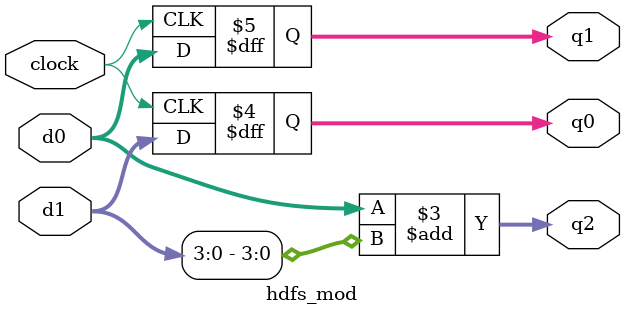
<source format=v>
module hdfs_mod(clock, d0, d1, q0, q1, q2);
    input clock;
    input [3:0] d0;
    input [13:0] d1;
    output reg [13:0] q0;
    output reg [3:0] q1;
    output [3:0] q2;

    always @(posedge clock)
        q1 <= d0;

    always @(posedge clock)
        q0 <= d1;

    assign q2 = d0 + d1[3:0];
        
endmodule

</source>
